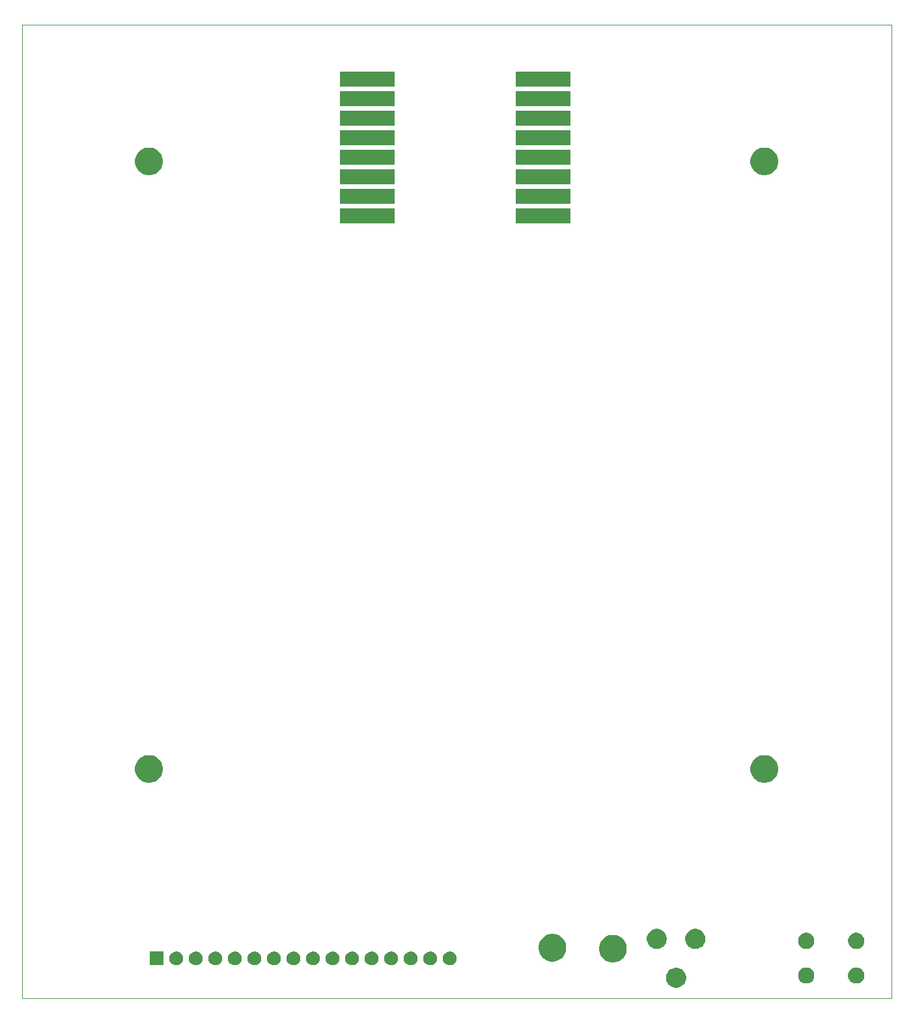
<source format=gbr>
G04 #@! TF.GenerationSoftware,KiCad,Pcbnew,(5.1.5)-3*
G04 #@! TF.CreationDate,2020-03-22T16:58:59-07:00*
G04 #@! TF.ProjectId,ESP-BuildStatus-Light-Board,4553502d-4275-4696-9c64-537461747573,rev?*
G04 #@! TF.SameCoordinates,Original*
G04 #@! TF.FileFunction,Soldermask,Bot*
G04 #@! TF.FilePolarity,Negative*
%FSLAX46Y46*%
G04 Gerber Fmt 4.6, Leading zero omitted, Abs format (unit mm)*
G04 Created by KiCad (PCBNEW (5.1.5)-3) date 2020-03-22 16:58:59*
%MOMM*%
%LPD*%
G04 APERTURE LIST*
%ADD10C,0.050000*%
%ADD11C,0.100000*%
G04 APERTURE END LIST*
D10*
X130429000Y-144907000D02*
X130429000Y-18288000D01*
X243459000Y-144907000D02*
X130429000Y-144907000D01*
X243459000Y-18288000D02*
X243459000Y-144907000D01*
X130429000Y-18288000D02*
X243459000Y-18288000D01*
D11*
G36*
X215858487Y-140948996D02*
G01*
X216095253Y-141047068D01*
X216095255Y-141047069D01*
X216170932Y-141097635D01*
X216308339Y-141189447D01*
X216489553Y-141370661D01*
X216631932Y-141583747D01*
X216730004Y-141820513D01*
X216780000Y-142071861D01*
X216780000Y-142328139D01*
X216730004Y-142579487D01*
X216667508Y-142730365D01*
X216631931Y-142816255D01*
X216489553Y-143029339D01*
X216308339Y-143210553D01*
X216095255Y-143352931D01*
X216095254Y-143352932D01*
X216095253Y-143352932D01*
X215858487Y-143451004D01*
X215607139Y-143501000D01*
X215350861Y-143501000D01*
X215099513Y-143451004D01*
X214862747Y-143352932D01*
X214862746Y-143352932D01*
X214862745Y-143352931D01*
X214649661Y-143210553D01*
X214468447Y-143029339D01*
X214326069Y-142816255D01*
X214290492Y-142730365D01*
X214227996Y-142579487D01*
X214178000Y-142328139D01*
X214178000Y-142071861D01*
X214227996Y-141820513D01*
X214326068Y-141583747D01*
X214468447Y-141370661D01*
X214649661Y-141189447D01*
X214787068Y-141097635D01*
X214862745Y-141047069D01*
X214862747Y-141047068D01*
X215099513Y-140948996D01*
X215350861Y-140899000D01*
X215607139Y-140899000D01*
X215858487Y-140948996D01*
G37*
G36*
X232693564Y-140903389D02*
G01*
X232884833Y-140982615D01*
X232884835Y-140982616D01*
X233056973Y-141097635D01*
X233203365Y-141244027D01*
X233318385Y-141416167D01*
X233397611Y-141607436D01*
X233438000Y-141810484D01*
X233438000Y-142017516D01*
X233397611Y-142220564D01*
X233353053Y-142328137D01*
X233318384Y-142411835D01*
X233203365Y-142583973D01*
X233056973Y-142730365D01*
X232884835Y-142845384D01*
X232884834Y-142845385D01*
X232884833Y-142845385D01*
X232693564Y-142924611D01*
X232490516Y-142965000D01*
X232283484Y-142965000D01*
X232080436Y-142924611D01*
X231889167Y-142845385D01*
X231889166Y-142845385D01*
X231889165Y-142845384D01*
X231717027Y-142730365D01*
X231570635Y-142583973D01*
X231455616Y-142411835D01*
X231420947Y-142328137D01*
X231376389Y-142220564D01*
X231336000Y-142017516D01*
X231336000Y-141810484D01*
X231376389Y-141607436D01*
X231455615Y-141416167D01*
X231570635Y-141244027D01*
X231717027Y-141097635D01*
X231889165Y-140982616D01*
X231889167Y-140982615D01*
X232080436Y-140903389D01*
X232283484Y-140863000D01*
X232490516Y-140863000D01*
X232693564Y-140903389D01*
G37*
G36*
X239193564Y-140903389D02*
G01*
X239384833Y-140982615D01*
X239384835Y-140982616D01*
X239556973Y-141097635D01*
X239703365Y-141244027D01*
X239818385Y-141416167D01*
X239897611Y-141607436D01*
X239938000Y-141810484D01*
X239938000Y-142017516D01*
X239897611Y-142220564D01*
X239853053Y-142328137D01*
X239818384Y-142411835D01*
X239703365Y-142583973D01*
X239556973Y-142730365D01*
X239384835Y-142845384D01*
X239384834Y-142845385D01*
X239384833Y-142845385D01*
X239193564Y-142924611D01*
X238990516Y-142965000D01*
X238783484Y-142965000D01*
X238580436Y-142924611D01*
X238389167Y-142845385D01*
X238389166Y-142845385D01*
X238389165Y-142845384D01*
X238217027Y-142730365D01*
X238070635Y-142583973D01*
X237955616Y-142411835D01*
X237920947Y-142328137D01*
X237876389Y-142220564D01*
X237836000Y-142017516D01*
X237836000Y-141810484D01*
X237876389Y-141607436D01*
X237955615Y-141416167D01*
X238070635Y-141244027D01*
X238217027Y-141097635D01*
X238389165Y-140982616D01*
X238389167Y-140982615D01*
X238580436Y-140903389D01*
X238783484Y-140863000D01*
X238990516Y-140863000D01*
X239193564Y-140903389D01*
G37*
G36*
X170928512Y-138803927D02*
G01*
X171077812Y-138833624D01*
X171241784Y-138901544D01*
X171389354Y-139000147D01*
X171514853Y-139125646D01*
X171613456Y-139273216D01*
X171681376Y-139437188D01*
X171716000Y-139611259D01*
X171716000Y-139788741D01*
X171681376Y-139962812D01*
X171613456Y-140126784D01*
X171514853Y-140274354D01*
X171389354Y-140399853D01*
X171241784Y-140498456D01*
X171077812Y-140566376D01*
X170928512Y-140596073D01*
X170903742Y-140601000D01*
X170726258Y-140601000D01*
X170701488Y-140596073D01*
X170552188Y-140566376D01*
X170388216Y-140498456D01*
X170240646Y-140399853D01*
X170115147Y-140274354D01*
X170016544Y-140126784D01*
X169948624Y-139962812D01*
X169914000Y-139788741D01*
X169914000Y-139611259D01*
X169948624Y-139437188D01*
X170016544Y-139273216D01*
X170115147Y-139125646D01*
X170240646Y-139000147D01*
X170388216Y-138901544D01*
X170552188Y-138833624D01*
X170701488Y-138803927D01*
X170726258Y-138799000D01*
X170903742Y-138799000D01*
X170928512Y-138803927D01*
G37*
G36*
X186168512Y-138803927D02*
G01*
X186317812Y-138833624D01*
X186481784Y-138901544D01*
X186629354Y-139000147D01*
X186754853Y-139125646D01*
X186853456Y-139273216D01*
X186921376Y-139437188D01*
X186956000Y-139611259D01*
X186956000Y-139788741D01*
X186921376Y-139962812D01*
X186853456Y-140126784D01*
X186754853Y-140274354D01*
X186629354Y-140399853D01*
X186481784Y-140498456D01*
X186317812Y-140566376D01*
X186168512Y-140596073D01*
X186143742Y-140601000D01*
X185966258Y-140601000D01*
X185941488Y-140596073D01*
X185792188Y-140566376D01*
X185628216Y-140498456D01*
X185480646Y-140399853D01*
X185355147Y-140274354D01*
X185256544Y-140126784D01*
X185188624Y-139962812D01*
X185154000Y-139788741D01*
X185154000Y-139611259D01*
X185188624Y-139437188D01*
X185256544Y-139273216D01*
X185355147Y-139125646D01*
X185480646Y-139000147D01*
X185628216Y-138901544D01*
X185792188Y-138833624D01*
X185941488Y-138803927D01*
X185966258Y-138799000D01*
X186143742Y-138799000D01*
X186168512Y-138803927D01*
G37*
G36*
X183628512Y-138803927D02*
G01*
X183777812Y-138833624D01*
X183941784Y-138901544D01*
X184089354Y-139000147D01*
X184214853Y-139125646D01*
X184313456Y-139273216D01*
X184381376Y-139437188D01*
X184416000Y-139611259D01*
X184416000Y-139788741D01*
X184381376Y-139962812D01*
X184313456Y-140126784D01*
X184214853Y-140274354D01*
X184089354Y-140399853D01*
X183941784Y-140498456D01*
X183777812Y-140566376D01*
X183628512Y-140596073D01*
X183603742Y-140601000D01*
X183426258Y-140601000D01*
X183401488Y-140596073D01*
X183252188Y-140566376D01*
X183088216Y-140498456D01*
X182940646Y-140399853D01*
X182815147Y-140274354D01*
X182716544Y-140126784D01*
X182648624Y-139962812D01*
X182614000Y-139788741D01*
X182614000Y-139611259D01*
X182648624Y-139437188D01*
X182716544Y-139273216D01*
X182815147Y-139125646D01*
X182940646Y-139000147D01*
X183088216Y-138901544D01*
X183252188Y-138833624D01*
X183401488Y-138803927D01*
X183426258Y-138799000D01*
X183603742Y-138799000D01*
X183628512Y-138803927D01*
G37*
G36*
X181088512Y-138803927D02*
G01*
X181237812Y-138833624D01*
X181401784Y-138901544D01*
X181549354Y-139000147D01*
X181674853Y-139125646D01*
X181773456Y-139273216D01*
X181841376Y-139437188D01*
X181876000Y-139611259D01*
X181876000Y-139788741D01*
X181841376Y-139962812D01*
X181773456Y-140126784D01*
X181674853Y-140274354D01*
X181549354Y-140399853D01*
X181401784Y-140498456D01*
X181237812Y-140566376D01*
X181088512Y-140596073D01*
X181063742Y-140601000D01*
X180886258Y-140601000D01*
X180861488Y-140596073D01*
X180712188Y-140566376D01*
X180548216Y-140498456D01*
X180400646Y-140399853D01*
X180275147Y-140274354D01*
X180176544Y-140126784D01*
X180108624Y-139962812D01*
X180074000Y-139788741D01*
X180074000Y-139611259D01*
X180108624Y-139437188D01*
X180176544Y-139273216D01*
X180275147Y-139125646D01*
X180400646Y-139000147D01*
X180548216Y-138901544D01*
X180712188Y-138833624D01*
X180861488Y-138803927D01*
X180886258Y-138799000D01*
X181063742Y-138799000D01*
X181088512Y-138803927D01*
G37*
G36*
X178548512Y-138803927D02*
G01*
X178697812Y-138833624D01*
X178861784Y-138901544D01*
X179009354Y-139000147D01*
X179134853Y-139125646D01*
X179233456Y-139273216D01*
X179301376Y-139437188D01*
X179336000Y-139611259D01*
X179336000Y-139788741D01*
X179301376Y-139962812D01*
X179233456Y-140126784D01*
X179134853Y-140274354D01*
X179009354Y-140399853D01*
X178861784Y-140498456D01*
X178697812Y-140566376D01*
X178548512Y-140596073D01*
X178523742Y-140601000D01*
X178346258Y-140601000D01*
X178321488Y-140596073D01*
X178172188Y-140566376D01*
X178008216Y-140498456D01*
X177860646Y-140399853D01*
X177735147Y-140274354D01*
X177636544Y-140126784D01*
X177568624Y-139962812D01*
X177534000Y-139788741D01*
X177534000Y-139611259D01*
X177568624Y-139437188D01*
X177636544Y-139273216D01*
X177735147Y-139125646D01*
X177860646Y-139000147D01*
X178008216Y-138901544D01*
X178172188Y-138833624D01*
X178321488Y-138803927D01*
X178346258Y-138799000D01*
X178523742Y-138799000D01*
X178548512Y-138803927D01*
G37*
G36*
X176008512Y-138803927D02*
G01*
X176157812Y-138833624D01*
X176321784Y-138901544D01*
X176469354Y-139000147D01*
X176594853Y-139125646D01*
X176693456Y-139273216D01*
X176761376Y-139437188D01*
X176796000Y-139611259D01*
X176796000Y-139788741D01*
X176761376Y-139962812D01*
X176693456Y-140126784D01*
X176594853Y-140274354D01*
X176469354Y-140399853D01*
X176321784Y-140498456D01*
X176157812Y-140566376D01*
X176008512Y-140596073D01*
X175983742Y-140601000D01*
X175806258Y-140601000D01*
X175781488Y-140596073D01*
X175632188Y-140566376D01*
X175468216Y-140498456D01*
X175320646Y-140399853D01*
X175195147Y-140274354D01*
X175096544Y-140126784D01*
X175028624Y-139962812D01*
X174994000Y-139788741D01*
X174994000Y-139611259D01*
X175028624Y-139437188D01*
X175096544Y-139273216D01*
X175195147Y-139125646D01*
X175320646Y-139000147D01*
X175468216Y-138901544D01*
X175632188Y-138833624D01*
X175781488Y-138803927D01*
X175806258Y-138799000D01*
X175983742Y-138799000D01*
X176008512Y-138803927D01*
G37*
G36*
X173468512Y-138803927D02*
G01*
X173617812Y-138833624D01*
X173781784Y-138901544D01*
X173929354Y-139000147D01*
X174054853Y-139125646D01*
X174153456Y-139273216D01*
X174221376Y-139437188D01*
X174256000Y-139611259D01*
X174256000Y-139788741D01*
X174221376Y-139962812D01*
X174153456Y-140126784D01*
X174054853Y-140274354D01*
X173929354Y-140399853D01*
X173781784Y-140498456D01*
X173617812Y-140566376D01*
X173468512Y-140596073D01*
X173443742Y-140601000D01*
X173266258Y-140601000D01*
X173241488Y-140596073D01*
X173092188Y-140566376D01*
X172928216Y-140498456D01*
X172780646Y-140399853D01*
X172655147Y-140274354D01*
X172556544Y-140126784D01*
X172488624Y-139962812D01*
X172454000Y-139788741D01*
X172454000Y-139611259D01*
X172488624Y-139437188D01*
X172556544Y-139273216D01*
X172655147Y-139125646D01*
X172780646Y-139000147D01*
X172928216Y-138901544D01*
X173092188Y-138833624D01*
X173241488Y-138803927D01*
X173266258Y-138799000D01*
X173443742Y-138799000D01*
X173468512Y-138803927D01*
G37*
G36*
X148856000Y-140601000D02*
G01*
X147054000Y-140601000D01*
X147054000Y-138799000D01*
X148856000Y-138799000D01*
X148856000Y-140601000D01*
G37*
G36*
X168388512Y-138803927D02*
G01*
X168537812Y-138833624D01*
X168701784Y-138901544D01*
X168849354Y-139000147D01*
X168974853Y-139125646D01*
X169073456Y-139273216D01*
X169141376Y-139437188D01*
X169176000Y-139611259D01*
X169176000Y-139788741D01*
X169141376Y-139962812D01*
X169073456Y-140126784D01*
X168974853Y-140274354D01*
X168849354Y-140399853D01*
X168701784Y-140498456D01*
X168537812Y-140566376D01*
X168388512Y-140596073D01*
X168363742Y-140601000D01*
X168186258Y-140601000D01*
X168161488Y-140596073D01*
X168012188Y-140566376D01*
X167848216Y-140498456D01*
X167700646Y-140399853D01*
X167575147Y-140274354D01*
X167476544Y-140126784D01*
X167408624Y-139962812D01*
X167374000Y-139788741D01*
X167374000Y-139611259D01*
X167408624Y-139437188D01*
X167476544Y-139273216D01*
X167575147Y-139125646D01*
X167700646Y-139000147D01*
X167848216Y-138901544D01*
X168012188Y-138833624D01*
X168161488Y-138803927D01*
X168186258Y-138799000D01*
X168363742Y-138799000D01*
X168388512Y-138803927D01*
G37*
G36*
X165848512Y-138803927D02*
G01*
X165997812Y-138833624D01*
X166161784Y-138901544D01*
X166309354Y-139000147D01*
X166434853Y-139125646D01*
X166533456Y-139273216D01*
X166601376Y-139437188D01*
X166636000Y-139611259D01*
X166636000Y-139788741D01*
X166601376Y-139962812D01*
X166533456Y-140126784D01*
X166434853Y-140274354D01*
X166309354Y-140399853D01*
X166161784Y-140498456D01*
X165997812Y-140566376D01*
X165848512Y-140596073D01*
X165823742Y-140601000D01*
X165646258Y-140601000D01*
X165621488Y-140596073D01*
X165472188Y-140566376D01*
X165308216Y-140498456D01*
X165160646Y-140399853D01*
X165035147Y-140274354D01*
X164936544Y-140126784D01*
X164868624Y-139962812D01*
X164834000Y-139788741D01*
X164834000Y-139611259D01*
X164868624Y-139437188D01*
X164936544Y-139273216D01*
X165035147Y-139125646D01*
X165160646Y-139000147D01*
X165308216Y-138901544D01*
X165472188Y-138833624D01*
X165621488Y-138803927D01*
X165646258Y-138799000D01*
X165823742Y-138799000D01*
X165848512Y-138803927D01*
G37*
G36*
X163308512Y-138803927D02*
G01*
X163457812Y-138833624D01*
X163621784Y-138901544D01*
X163769354Y-139000147D01*
X163894853Y-139125646D01*
X163993456Y-139273216D01*
X164061376Y-139437188D01*
X164096000Y-139611259D01*
X164096000Y-139788741D01*
X164061376Y-139962812D01*
X163993456Y-140126784D01*
X163894853Y-140274354D01*
X163769354Y-140399853D01*
X163621784Y-140498456D01*
X163457812Y-140566376D01*
X163308512Y-140596073D01*
X163283742Y-140601000D01*
X163106258Y-140601000D01*
X163081488Y-140596073D01*
X162932188Y-140566376D01*
X162768216Y-140498456D01*
X162620646Y-140399853D01*
X162495147Y-140274354D01*
X162396544Y-140126784D01*
X162328624Y-139962812D01*
X162294000Y-139788741D01*
X162294000Y-139611259D01*
X162328624Y-139437188D01*
X162396544Y-139273216D01*
X162495147Y-139125646D01*
X162620646Y-139000147D01*
X162768216Y-138901544D01*
X162932188Y-138833624D01*
X163081488Y-138803927D01*
X163106258Y-138799000D01*
X163283742Y-138799000D01*
X163308512Y-138803927D01*
G37*
G36*
X160768512Y-138803927D02*
G01*
X160917812Y-138833624D01*
X161081784Y-138901544D01*
X161229354Y-139000147D01*
X161354853Y-139125646D01*
X161453456Y-139273216D01*
X161521376Y-139437188D01*
X161556000Y-139611259D01*
X161556000Y-139788741D01*
X161521376Y-139962812D01*
X161453456Y-140126784D01*
X161354853Y-140274354D01*
X161229354Y-140399853D01*
X161081784Y-140498456D01*
X160917812Y-140566376D01*
X160768512Y-140596073D01*
X160743742Y-140601000D01*
X160566258Y-140601000D01*
X160541488Y-140596073D01*
X160392188Y-140566376D01*
X160228216Y-140498456D01*
X160080646Y-140399853D01*
X159955147Y-140274354D01*
X159856544Y-140126784D01*
X159788624Y-139962812D01*
X159754000Y-139788741D01*
X159754000Y-139611259D01*
X159788624Y-139437188D01*
X159856544Y-139273216D01*
X159955147Y-139125646D01*
X160080646Y-139000147D01*
X160228216Y-138901544D01*
X160392188Y-138833624D01*
X160541488Y-138803927D01*
X160566258Y-138799000D01*
X160743742Y-138799000D01*
X160768512Y-138803927D01*
G37*
G36*
X158228512Y-138803927D02*
G01*
X158377812Y-138833624D01*
X158541784Y-138901544D01*
X158689354Y-139000147D01*
X158814853Y-139125646D01*
X158913456Y-139273216D01*
X158981376Y-139437188D01*
X159016000Y-139611259D01*
X159016000Y-139788741D01*
X158981376Y-139962812D01*
X158913456Y-140126784D01*
X158814853Y-140274354D01*
X158689354Y-140399853D01*
X158541784Y-140498456D01*
X158377812Y-140566376D01*
X158228512Y-140596073D01*
X158203742Y-140601000D01*
X158026258Y-140601000D01*
X158001488Y-140596073D01*
X157852188Y-140566376D01*
X157688216Y-140498456D01*
X157540646Y-140399853D01*
X157415147Y-140274354D01*
X157316544Y-140126784D01*
X157248624Y-139962812D01*
X157214000Y-139788741D01*
X157214000Y-139611259D01*
X157248624Y-139437188D01*
X157316544Y-139273216D01*
X157415147Y-139125646D01*
X157540646Y-139000147D01*
X157688216Y-138901544D01*
X157852188Y-138833624D01*
X158001488Y-138803927D01*
X158026258Y-138799000D01*
X158203742Y-138799000D01*
X158228512Y-138803927D01*
G37*
G36*
X155688512Y-138803927D02*
G01*
X155837812Y-138833624D01*
X156001784Y-138901544D01*
X156149354Y-139000147D01*
X156274853Y-139125646D01*
X156373456Y-139273216D01*
X156441376Y-139437188D01*
X156476000Y-139611259D01*
X156476000Y-139788741D01*
X156441376Y-139962812D01*
X156373456Y-140126784D01*
X156274853Y-140274354D01*
X156149354Y-140399853D01*
X156001784Y-140498456D01*
X155837812Y-140566376D01*
X155688512Y-140596073D01*
X155663742Y-140601000D01*
X155486258Y-140601000D01*
X155461488Y-140596073D01*
X155312188Y-140566376D01*
X155148216Y-140498456D01*
X155000646Y-140399853D01*
X154875147Y-140274354D01*
X154776544Y-140126784D01*
X154708624Y-139962812D01*
X154674000Y-139788741D01*
X154674000Y-139611259D01*
X154708624Y-139437188D01*
X154776544Y-139273216D01*
X154875147Y-139125646D01*
X155000646Y-139000147D01*
X155148216Y-138901544D01*
X155312188Y-138833624D01*
X155461488Y-138803927D01*
X155486258Y-138799000D01*
X155663742Y-138799000D01*
X155688512Y-138803927D01*
G37*
G36*
X153148512Y-138803927D02*
G01*
X153297812Y-138833624D01*
X153461784Y-138901544D01*
X153609354Y-139000147D01*
X153734853Y-139125646D01*
X153833456Y-139273216D01*
X153901376Y-139437188D01*
X153936000Y-139611259D01*
X153936000Y-139788741D01*
X153901376Y-139962812D01*
X153833456Y-140126784D01*
X153734853Y-140274354D01*
X153609354Y-140399853D01*
X153461784Y-140498456D01*
X153297812Y-140566376D01*
X153148512Y-140596073D01*
X153123742Y-140601000D01*
X152946258Y-140601000D01*
X152921488Y-140596073D01*
X152772188Y-140566376D01*
X152608216Y-140498456D01*
X152460646Y-140399853D01*
X152335147Y-140274354D01*
X152236544Y-140126784D01*
X152168624Y-139962812D01*
X152134000Y-139788741D01*
X152134000Y-139611259D01*
X152168624Y-139437188D01*
X152236544Y-139273216D01*
X152335147Y-139125646D01*
X152460646Y-139000147D01*
X152608216Y-138901544D01*
X152772188Y-138833624D01*
X152921488Y-138803927D01*
X152946258Y-138799000D01*
X153123742Y-138799000D01*
X153148512Y-138803927D01*
G37*
G36*
X150608512Y-138803927D02*
G01*
X150757812Y-138833624D01*
X150921784Y-138901544D01*
X151069354Y-139000147D01*
X151194853Y-139125646D01*
X151293456Y-139273216D01*
X151361376Y-139437188D01*
X151396000Y-139611259D01*
X151396000Y-139788741D01*
X151361376Y-139962812D01*
X151293456Y-140126784D01*
X151194853Y-140274354D01*
X151069354Y-140399853D01*
X150921784Y-140498456D01*
X150757812Y-140566376D01*
X150608512Y-140596073D01*
X150583742Y-140601000D01*
X150406258Y-140601000D01*
X150381488Y-140596073D01*
X150232188Y-140566376D01*
X150068216Y-140498456D01*
X149920646Y-140399853D01*
X149795147Y-140274354D01*
X149696544Y-140126784D01*
X149628624Y-139962812D01*
X149594000Y-139788741D01*
X149594000Y-139611259D01*
X149628624Y-139437188D01*
X149696544Y-139273216D01*
X149795147Y-139125646D01*
X149920646Y-139000147D01*
X150068216Y-138901544D01*
X150232188Y-138833624D01*
X150381488Y-138803927D01*
X150406258Y-138799000D01*
X150583742Y-138799000D01*
X150608512Y-138803927D01*
G37*
G36*
X207789331Y-136698211D02*
G01*
X208117092Y-136833974D01*
X208412070Y-137031072D01*
X208662928Y-137281930D01*
X208860026Y-137576908D01*
X208995789Y-137904669D01*
X209065000Y-138252616D01*
X209065000Y-138607384D01*
X208995789Y-138955331D01*
X208860026Y-139283092D01*
X208662928Y-139578070D01*
X208412070Y-139828928D01*
X208117092Y-140026026D01*
X207789331Y-140161789D01*
X207441384Y-140231000D01*
X207086616Y-140231000D01*
X206738669Y-140161789D01*
X206410908Y-140026026D01*
X206115930Y-139828928D01*
X205865072Y-139578070D01*
X205667974Y-139283092D01*
X205532211Y-138955331D01*
X205463000Y-138607384D01*
X205463000Y-138252616D01*
X205532211Y-137904669D01*
X205667974Y-137576908D01*
X205865072Y-137281930D01*
X206115930Y-137031072D01*
X206410908Y-136833974D01*
X206738669Y-136698211D01*
X207086616Y-136629000D01*
X207441384Y-136629000D01*
X207789331Y-136698211D01*
G37*
G36*
X199915331Y-136571211D02*
G01*
X200243092Y-136706974D01*
X200538070Y-136904072D01*
X200788928Y-137154930D01*
X200986026Y-137449908D01*
X201121789Y-137777669D01*
X201191000Y-138125616D01*
X201191000Y-138480384D01*
X201121789Y-138828331D01*
X200986026Y-139156092D01*
X200788928Y-139451070D01*
X200538070Y-139701928D01*
X200243092Y-139899026D01*
X199915331Y-140034789D01*
X199567384Y-140104000D01*
X199212616Y-140104000D01*
X198864669Y-140034789D01*
X198536908Y-139899026D01*
X198241930Y-139701928D01*
X197991072Y-139451070D01*
X197793974Y-139156092D01*
X197658211Y-138828331D01*
X197589000Y-138480384D01*
X197589000Y-138125616D01*
X197658211Y-137777669D01*
X197793974Y-137449908D01*
X197991072Y-137154930D01*
X198241930Y-136904072D01*
X198536908Y-136706974D01*
X198864669Y-136571211D01*
X199212616Y-136502000D01*
X199567384Y-136502000D01*
X199915331Y-136571211D01*
G37*
G36*
X239193564Y-136403389D02*
G01*
X239384833Y-136482615D01*
X239384835Y-136482616D01*
X239556973Y-136597635D01*
X239703365Y-136744027D01*
X239810304Y-136904072D01*
X239818385Y-136916167D01*
X239897611Y-137107436D01*
X239938000Y-137310484D01*
X239938000Y-137517516D01*
X239897611Y-137720564D01*
X239873957Y-137777669D01*
X239818384Y-137911835D01*
X239703365Y-138083973D01*
X239556973Y-138230365D01*
X239384835Y-138345384D01*
X239384834Y-138345385D01*
X239384833Y-138345385D01*
X239193564Y-138424611D01*
X238990516Y-138465000D01*
X238783484Y-138465000D01*
X238580436Y-138424611D01*
X238389167Y-138345385D01*
X238389166Y-138345385D01*
X238389165Y-138345384D01*
X238217027Y-138230365D01*
X238070635Y-138083973D01*
X237955616Y-137911835D01*
X237900043Y-137777669D01*
X237876389Y-137720564D01*
X237836000Y-137517516D01*
X237836000Y-137310484D01*
X237876389Y-137107436D01*
X237955615Y-136916167D01*
X237963697Y-136904072D01*
X238070635Y-136744027D01*
X238217027Y-136597635D01*
X238389165Y-136482616D01*
X238389167Y-136482615D01*
X238580436Y-136403389D01*
X238783484Y-136363000D01*
X238990516Y-136363000D01*
X239193564Y-136403389D01*
G37*
G36*
X232693564Y-136403389D02*
G01*
X232884833Y-136482615D01*
X232884835Y-136482616D01*
X233056973Y-136597635D01*
X233203365Y-136744027D01*
X233310304Y-136904072D01*
X233318385Y-136916167D01*
X233397611Y-137107436D01*
X233438000Y-137310484D01*
X233438000Y-137517516D01*
X233397611Y-137720564D01*
X233373957Y-137777669D01*
X233318384Y-137911835D01*
X233203365Y-138083973D01*
X233056973Y-138230365D01*
X232884835Y-138345384D01*
X232884834Y-138345385D01*
X232884833Y-138345385D01*
X232693564Y-138424611D01*
X232490516Y-138465000D01*
X232283484Y-138465000D01*
X232080436Y-138424611D01*
X231889167Y-138345385D01*
X231889166Y-138345385D01*
X231889165Y-138345384D01*
X231717027Y-138230365D01*
X231570635Y-138083973D01*
X231455616Y-137911835D01*
X231400043Y-137777669D01*
X231376389Y-137720564D01*
X231336000Y-137517516D01*
X231336000Y-137310484D01*
X231376389Y-137107436D01*
X231455615Y-136916167D01*
X231463697Y-136904072D01*
X231570635Y-136744027D01*
X231717027Y-136597635D01*
X231889165Y-136482616D01*
X231889167Y-136482615D01*
X232080436Y-136403389D01*
X232283484Y-136363000D01*
X232490516Y-136363000D01*
X232693564Y-136403389D01*
G37*
G36*
X218358487Y-135908996D02*
G01*
X218595253Y-136007068D01*
X218595255Y-136007069D01*
X218808339Y-136149447D01*
X218989553Y-136330661D01*
X219131932Y-136543747D01*
X219230004Y-136780513D01*
X219280000Y-137031861D01*
X219280000Y-137288139D01*
X219230004Y-137539487D01*
X219154999Y-137720564D01*
X219131931Y-137776255D01*
X218989553Y-137989339D01*
X218808339Y-138170553D01*
X218595255Y-138312931D01*
X218595254Y-138312932D01*
X218595253Y-138312932D01*
X218358487Y-138411004D01*
X218107139Y-138461000D01*
X217850861Y-138461000D01*
X217599513Y-138411004D01*
X217362747Y-138312932D01*
X217362746Y-138312932D01*
X217362745Y-138312931D01*
X217149661Y-138170553D01*
X216968447Y-137989339D01*
X216826069Y-137776255D01*
X216803001Y-137720564D01*
X216727996Y-137539487D01*
X216678000Y-137288139D01*
X216678000Y-137031861D01*
X216727996Y-136780513D01*
X216826068Y-136543747D01*
X216968447Y-136330661D01*
X217149661Y-136149447D01*
X217362745Y-136007069D01*
X217362747Y-136007068D01*
X217599513Y-135908996D01*
X217850861Y-135859000D01*
X218107139Y-135859000D01*
X218358487Y-135908996D01*
G37*
G36*
X213358487Y-135908996D02*
G01*
X213595253Y-136007068D01*
X213595255Y-136007069D01*
X213808339Y-136149447D01*
X213989553Y-136330661D01*
X214131932Y-136543747D01*
X214230004Y-136780513D01*
X214280000Y-137031861D01*
X214280000Y-137288139D01*
X214230004Y-137539487D01*
X214154999Y-137720564D01*
X214131931Y-137776255D01*
X213989553Y-137989339D01*
X213808339Y-138170553D01*
X213595255Y-138312931D01*
X213595254Y-138312932D01*
X213595253Y-138312932D01*
X213358487Y-138411004D01*
X213107139Y-138461000D01*
X212850861Y-138461000D01*
X212599513Y-138411004D01*
X212362747Y-138312932D01*
X212362746Y-138312932D01*
X212362745Y-138312931D01*
X212149661Y-138170553D01*
X211968447Y-137989339D01*
X211826069Y-137776255D01*
X211803001Y-137720564D01*
X211727996Y-137539487D01*
X211678000Y-137288139D01*
X211678000Y-137031861D01*
X211727996Y-136780513D01*
X211826068Y-136543747D01*
X211968447Y-136330661D01*
X212149661Y-136149447D01*
X212362745Y-136007069D01*
X212362747Y-136007068D01*
X212599513Y-135908996D01*
X212850861Y-135859000D01*
X213107139Y-135859000D01*
X213358487Y-135908996D01*
G37*
G36*
X147464331Y-113330211D02*
G01*
X147792092Y-113465974D01*
X148087070Y-113663072D01*
X148337928Y-113913930D01*
X148535026Y-114208908D01*
X148670789Y-114536669D01*
X148740000Y-114884616D01*
X148740000Y-115239384D01*
X148670789Y-115587331D01*
X148535026Y-115915092D01*
X148337928Y-116210070D01*
X148087070Y-116460928D01*
X147792092Y-116658026D01*
X147464331Y-116793789D01*
X147116384Y-116863000D01*
X146761616Y-116863000D01*
X146413669Y-116793789D01*
X146085908Y-116658026D01*
X145790930Y-116460928D01*
X145540072Y-116210070D01*
X145342974Y-115915092D01*
X145207211Y-115587331D01*
X145138000Y-115239384D01*
X145138000Y-114884616D01*
X145207211Y-114536669D01*
X145342974Y-114208908D01*
X145540072Y-113913930D01*
X145790930Y-113663072D01*
X146085908Y-113465974D01*
X146413669Y-113330211D01*
X146761616Y-113261000D01*
X147116384Y-113261000D01*
X147464331Y-113330211D01*
G37*
G36*
X227474331Y-113330211D02*
G01*
X227802092Y-113465974D01*
X228097070Y-113663072D01*
X228347928Y-113913930D01*
X228545026Y-114208908D01*
X228680789Y-114536669D01*
X228750000Y-114884616D01*
X228750000Y-115239384D01*
X228680789Y-115587331D01*
X228545026Y-115915092D01*
X228347928Y-116210070D01*
X228097070Y-116460928D01*
X227802092Y-116658026D01*
X227474331Y-116793789D01*
X227126384Y-116863000D01*
X226771616Y-116863000D01*
X226423669Y-116793789D01*
X226095908Y-116658026D01*
X225800930Y-116460928D01*
X225550072Y-116210070D01*
X225352974Y-115915092D01*
X225217211Y-115587331D01*
X225148000Y-115239384D01*
X225148000Y-114884616D01*
X225217211Y-114536669D01*
X225352974Y-114208908D01*
X225550072Y-113913930D01*
X225800930Y-113663072D01*
X226095908Y-113465974D01*
X226423669Y-113330211D01*
X226771616Y-113261000D01*
X227126384Y-113261000D01*
X227474331Y-113330211D01*
G37*
G36*
X201771000Y-44112000D02*
G01*
X194669000Y-44112000D01*
X194669000Y-42210000D01*
X201771000Y-42210000D01*
X201771000Y-44112000D01*
G37*
G36*
X178911000Y-44112000D02*
G01*
X171809000Y-44112000D01*
X171809000Y-42210000D01*
X178911000Y-42210000D01*
X178911000Y-44112000D01*
G37*
G36*
X201771000Y-41572000D02*
G01*
X194669000Y-41572000D01*
X194669000Y-39670000D01*
X201771000Y-39670000D01*
X201771000Y-41572000D01*
G37*
G36*
X178911000Y-41572000D02*
G01*
X171809000Y-41572000D01*
X171809000Y-39670000D01*
X178911000Y-39670000D01*
X178911000Y-41572000D01*
G37*
G36*
X201771000Y-39032000D02*
G01*
X194669000Y-39032000D01*
X194669000Y-37130000D01*
X201771000Y-37130000D01*
X201771000Y-39032000D01*
G37*
G36*
X178911000Y-39032000D02*
G01*
X171809000Y-39032000D01*
X171809000Y-37130000D01*
X178911000Y-37130000D01*
X178911000Y-39032000D01*
G37*
G36*
X147464331Y-34336211D02*
G01*
X147792092Y-34471974D01*
X148087070Y-34669072D01*
X148337928Y-34919930D01*
X148535026Y-35214908D01*
X148670789Y-35542669D01*
X148740000Y-35890616D01*
X148740000Y-36245384D01*
X148670789Y-36593331D01*
X148535026Y-36921092D01*
X148337928Y-37216070D01*
X148087070Y-37466928D01*
X147792092Y-37664026D01*
X147464331Y-37799789D01*
X147116384Y-37869000D01*
X146761616Y-37869000D01*
X146413669Y-37799789D01*
X146085908Y-37664026D01*
X145790930Y-37466928D01*
X145540072Y-37216070D01*
X145342974Y-36921092D01*
X145207211Y-36593331D01*
X145138000Y-36245384D01*
X145138000Y-35890616D01*
X145207211Y-35542669D01*
X145342974Y-35214908D01*
X145540072Y-34919930D01*
X145790930Y-34669072D01*
X146085908Y-34471974D01*
X146413669Y-34336211D01*
X146761616Y-34267000D01*
X147116384Y-34267000D01*
X147464331Y-34336211D01*
G37*
G36*
X227474331Y-34336211D02*
G01*
X227802092Y-34471974D01*
X228097070Y-34669072D01*
X228347928Y-34919930D01*
X228545026Y-35214908D01*
X228680789Y-35542669D01*
X228750000Y-35890616D01*
X228750000Y-36245384D01*
X228680789Y-36593331D01*
X228545026Y-36921092D01*
X228347928Y-37216070D01*
X228097070Y-37466928D01*
X227802092Y-37664026D01*
X227474331Y-37799789D01*
X227126384Y-37869000D01*
X226771616Y-37869000D01*
X226423669Y-37799789D01*
X226095908Y-37664026D01*
X225800930Y-37466928D01*
X225550072Y-37216070D01*
X225352974Y-36921092D01*
X225217211Y-36593331D01*
X225148000Y-36245384D01*
X225148000Y-35890616D01*
X225217211Y-35542669D01*
X225352974Y-35214908D01*
X225550072Y-34919930D01*
X225800930Y-34669072D01*
X226095908Y-34471974D01*
X226423669Y-34336211D01*
X226771616Y-34267000D01*
X227126384Y-34267000D01*
X227474331Y-34336211D01*
G37*
G36*
X201771000Y-36492000D02*
G01*
X194669000Y-36492000D01*
X194669000Y-34590000D01*
X201771000Y-34590000D01*
X201771000Y-36492000D01*
G37*
G36*
X178911000Y-36492000D02*
G01*
X171809000Y-36492000D01*
X171809000Y-34590000D01*
X178911000Y-34590000D01*
X178911000Y-36492000D01*
G37*
G36*
X201771000Y-33952000D02*
G01*
X194669000Y-33952000D01*
X194669000Y-32050000D01*
X201771000Y-32050000D01*
X201771000Y-33952000D01*
G37*
G36*
X178911000Y-33952000D02*
G01*
X171809000Y-33952000D01*
X171809000Y-32050000D01*
X178911000Y-32050000D01*
X178911000Y-33952000D01*
G37*
G36*
X178911000Y-31412000D02*
G01*
X171809000Y-31412000D01*
X171809000Y-29510000D01*
X178911000Y-29510000D01*
X178911000Y-31412000D01*
G37*
G36*
X201771000Y-31412000D02*
G01*
X194669000Y-31412000D01*
X194669000Y-29510000D01*
X201771000Y-29510000D01*
X201771000Y-31412000D01*
G37*
G36*
X178911000Y-28872000D02*
G01*
X171809000Y-28872000D01*
X171809000Y-26970000D01*
X178911000Y-26970000D01*
X178911000Y-28872000D01*
G37*
G36*
X201771000Y-28872000D02*
G01*
X194669000Y-28872000D01*
X194669000Y-26970000D01*
X201771000Y-26970000D01*
X201771000Y-28872000D01*
G37*
G36*
X178911000Y-26332000D02*
G01*
X171809000Y-26332000D01*
X171809000Y-24430000D01*
X178911000Y-24430000D01*
X178911000Y-26332000D01*
G37*
G36*
X201771000Y-26332000D02*
G01*
X194669000Y-26332000D01*
X194669000Y-24430000D01*
X201771000Y-24430000D01*
X201771000Y-26332000D01*
G37*
M02*

</source>
